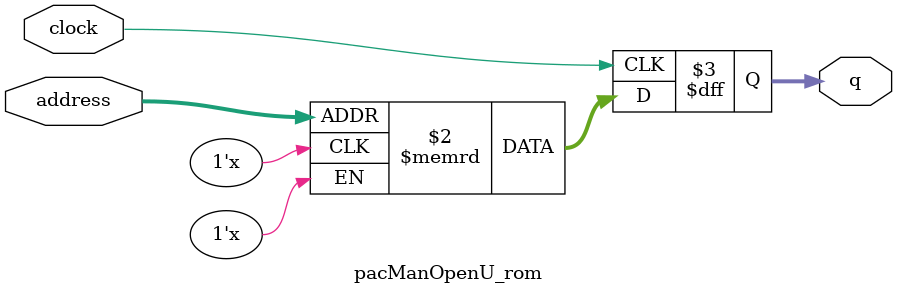
<source format=sv>
module pacManOpenU_rom (
	input logic clock,
	input logic [7:0] address,
	output logic [1:0] q
);

logic [1:0] memory [0:255] /* synthesis ram_init_file = "./pacManOpenU/pacManOpenU.mif" */;

always_ff @ (posedge clock) begin
	q <= memory[address];
end

endmodule

</source>
